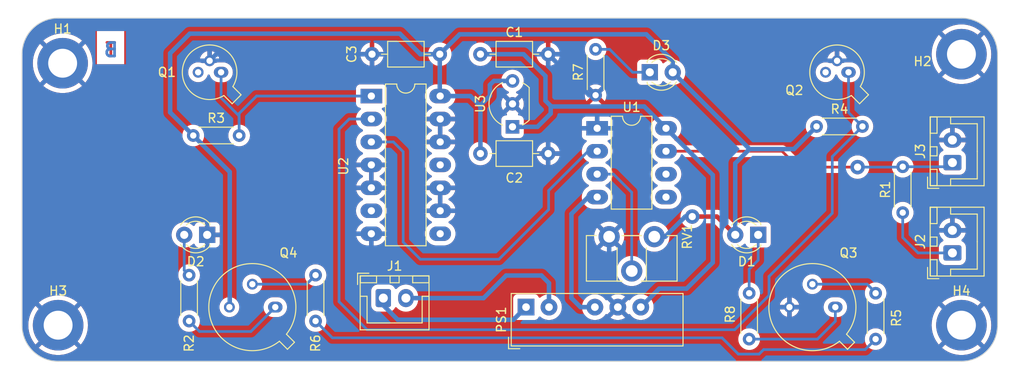
<source format=kicad_pcb>
(kicad_pcb (version 20221018) (generator pcbnew)
  (layers (0 "F.Cu" signal) (31 "B.Cu" signal) (34 "B.Paste" user) (35 "F.Paste" user) (36 "B.SilkS" user "B.Silkscreen") (37 "F.SilkS" user "F.Silkscreen") (38 "B.Mask" user) (39 "F.Mask" user) (44 "Edge.Cuts" user))
  (net 0 "")
  (net 1 "+15V")
  (net 2 "GND")
  (net 3 "+5V")
  (net 4 "Net-(D1-K)")
  (net 5 "Net-(D3-K)")
  (net 6 "+12V")
  (net 7 "GNDPWR")
  (net 8 "+3.3V")
  (net 9 "Alarme_out")
  (net 10 "-15V")
  (net 11 "C_Q1")
  (net 12 "C_Q2")
  (net 13 "Net-(Q3-C)")
  (net 14 "Net-(Q3-B)")
  (net 15 "Net-(Q4-B)")
  (net 16 "74LS32")
  (net 17 "Net-(U1--)")
  (net 18 "74LS32_Out")
  (net 24 "Net-(D2-A)")
  (net 25 "Net-(Q4-C)")
  (footprint "Potentiometer_THT:Potentiometer_ACP_CA9-H3,8_Horizontal" (layer "F.Cu") (at 151.5 98.2 -90)
    (fp_text reference "RV1" (at 0 -3.65 90) (layer "F.SilkS"))
    (fp_text value "100K")
    (fp_line (start -0.121 -2.521) (end -0.121 -1.426) (stroke (width 0.12)) (layer "F.SilkS"))
    (fp_line (start -0.121 -2.521) (end 4.92 -2.521) (stroke (width 0.12)) (layer "F.SilkS"))
    (fp_line (start -0.121 1.426) (end -0.121 3.575) (stroke (width 0.12)) (layer "F.SilkS"))
    (fp_line (start -0.121 1.426) (end -0.121 3.575) (stroke (width 0.12)) (layer "F.SilkS"))
    (fp_line (start -0.121 6.425) (end -0.121 7.52) (stroke (width 0.12)) (layer "F.SilkS"))
    (fp_line (start -0.121 7.52) (end 4.92 7.52) (stroke (width 0.12)) (layer "F.SilkS"))
    (fp_line (start 1.237 0.88) (end 4.92 0.88) (stroke (width 0.12)) (layer "F.SilkS"))
    (fp_line (start 1.237 4.12) (end 4.92 4.12) (stroke (width 0.12)) (layer "F.SilkS"))
    (fp_line (start 4.92 -2.521) (end 4.92 1.428) (stroke (width 0.12)) (layer "F.SilkS"))
    (fp_line (start 4.92 0.88) (end 4.92 1.428) (stroke (width 0.12)) (layer "F.SilkS"))
    (fp_line (start 4.92 3.573) (end 4.92 4.12) (stroke (width 0.12)) (layer "F.SilkS"))
    (fp_line (start 4.92 3.573) (end 4.92 7.52) (stroke (width 0.12)) (layer "F.SilkS"))
    (pad "1" thru_hole circle (at 0 0 270) (size 2.34 2.34) (drill 1.3) (layers "*.Cu" "*.Mask") (net 3 "+5V"))
    (pad "2" thru_hole circle (at 3.8 2.5 270) (size 2.34 2.34) (drill 1.3) (layers "*.Cu" "*.Mask") (net 17 "Net-(U1--)"))
    (pad "3" thru_hole circle (at 0 5 270) (size 2.34 2.34) (drill 1.3) (layers "*.Cu" "*.Mask") (net 2 "GND"))
  )
  (footprint "Package_DIP:DIP-8_W7.62mm_LongPads" (layer "F.Cu") (at 145.175 86.2)
    (fp_text reference "U1" (at 3.81 -2.33) (layer "F.SilkS"))
    (fp_text value "LM311")
    (fp_line (start 1.56 -1.33) (end 1.56 8.95) (stroke (width 0.12)) (layer "F.SilkS"))
    (fp_line (start 1.56 8.95) (end 6.06 8.95) (stroke (width 0.12)) (layer "F.SilkS"))
    (fp_line (start 2.81 -1.33) (end 1.56 -1.33) (stroke (width 0.12)) (layer "F.SilkS"))
    (fp_line (start 6.06 -1.33) (end 4.81 -1.33) (stroke (width 0.12)) (layer "F.SilkS"))
    (fp_line (start 6.06 8.95) (end 6.06 -1.33) (stroke (width 0.12)) (layer "F.SilkS"))
    (fp_arc (start 4.81 -1.33) (mid 3.81 -0.33) (end 2.81 -1.33) (stroke (width 0.12)) (layer "F.SilkS"))
    (pad "1" thru_hole rect (at 0 0) (size 2.4 1.6) (drill 0.8) (layers "*.Cu" "*.Mask") (net 2 "GND"))
    (pad "2" thru_hole oval (at 0 2.54) (size 2.4 1.6) (drill 0.8) (layers "*.Cu" "*.Mask") (net 18 "74LS32_Out"))
    (pad "3" thru_hole oval (at 0 5.08) (size 2.4 1.6) (drill 0.8) (layers "*.Cu" "*.Mask") (net 17 "Net-(U1--)"))
    (pad "4" thru_hole oval (at 0 7.62) (size 2.4 1.6) (drill 0.8) (layers "*.Cu" "*.Mask") (net 10 "-15V"))
    (pad "5" thru_hole oval (at 7.62 7.62) (size 2.4 1.6) (drill 0.8) (layers "*.Cu" "*.Mask"))
    (pad "6" thru_hole oval (at 7.62 5.08) (size 2.4 1.6) (drill 0.8) (layers "*.Cu" "*.Mask"))
    (pad "7" thru_hole oval (at 7.62 2.54) (size 2.4 1.6) (drill 0.8) (layers "*.Cu" "*.Mask") (net 9 "Alarme_out"))
    (pad "8" thru_hole oval (at 7.62 0) (size 2.4 1.6) (drill 0.8) (layers "*.Cu" "*.Mask") (net 1 "+15V"))
  )
  (footprint "Package_TO_SOT_THT:TO-18-3_Lens" (layer "F.Cu") (at 103.54 80 180)
    (fp_text reference "Q1" (at 6 0) (layer "F.SilkS"))
    (fp_text value "Q_Photo_NPN")
    (fp_line (start -2.214448 -2.494499) (end -1.302281 -1.582331) (stroke (width 0.12)) (layer "F.SilkS"))
    (fp_line (start -1.224499 -3.484448) (end -2.214448 -2.494499) (stroke (width 0.12)) (layer "F.SilkS"))
    (fp_line (start -0.312331 -2.572281) (end -1.224499 -3.484448) (stroke (width 0.12)) (layer "F.SilkS"))
    (fp_arc (start -0.312331 -2.572281) (mid 3.405374 2.135551) (end -1.30215 -1.582544) (stroke (width 0.12)) (layer "F.SilkS"))
    (pad "1" thru_hole oval (at 0 0 180) (size 1.6 1.2) (drill 0.7) (layers "*.Cu" "*.Mask") (net 11 "C_Q1"))
    (pad "2" thru_hole oval (at 1.27 1.27 180) (size 1.2 1.2) (drill 0.7) (layers "*.Cu" "*.Mask") (net 2 "GND"))
    (pad "3" thru_hole oval (at 2.54 0 180) (size 1.2 1.2) (drill 0.7) (layers "*.Cu" "*.Mask"))
  )
  (footprint "Connector_JST:JST_XH_B2B-XH-A_1x02_P2.50mm_Vertical" (layer "F.Cu") (at 184.5 90 90)
    (fp_text reference "J3" (at 1.25 -3.55 90) (layer "F.SilkS"))
    (fp_text value "Conn_01x02")
    (fp_line (start -2.85 -2.75) (end -2.85 -1.5) (stroke (width 0.12)) (layer "F.SilkS"))
    (fp_line (start -2.56 -2.46) (end -2.56 3.51) (stroke (width 0.12)) (layer "F.SilkS"))
    (fp_line (start -2.56 3.51) (end 5.06 3.51) (stroke (width 0.12)) (layer "F.SilkS"))
    (fp_line (start -2.55 -2.45) (end -2.55 -1.7) (stroke (width 0.12)) (layer "F.SilkS"))
    (fp_line (start -2.55 -1.7) (end -0.75 -1.7) (stroke (width 0.12)) (layer "F.SilkS"))
    (fp_line (start -2.55 -0.2) (end -1.8 -0.2) (stroke (width 0.12)) (layer "F.SilkS"))
    (fp_line (start -1.8 -0.2) (end -1.8 2.75) (stroke (width 0.12)) (layer "F.SilkS"))
    (fp_line (start -1.8 2.75) (end 1.25 2.75) (stroke (width 0.12)) (layer "F.SilkS"))
    (fp_line (start -1.6 -2.75) (end -2.85 -2.75) (stroke (width 0.12)) (layer "F.SilkS"))
    (fp_line (start -0.75 -2.45) (end -2.55 -2.45) (stroke (width 0.12)) (layer "F.SilkS"))
    (fp_line (start -0.75 -1.7) (end -0.75 -2.45) (stroke (width 0.12)) (layer "F.SilkS"))
    (fp_line (start 0.75 -2.45) (end 0.75 -1.7) (stroke (width 0.12)) (layer "F.SilkS"))
    (fp_line (start 0.75 -1.7) (end 1.75 -1.7) (stroke (width 0.12)) (layer "F.SilkS"))
    (fp_line (start 1.75 -2.45) (end 0.75 -2.45) (stroke (width 0.12)) (layer "F.SilkS"))
    (fp_line (start 1.75 -1.7) (end 1.75 -2.45) (stroke (width 0.12)) (layer "F.SilkS"))
    (fp_line (start 3.25 -2.45) (end 3.25 -1.7) (stroke (width 0.12)) (layer "F.SilkS"))
    (fp_line (start 3.25 -1.7) (end 5.05 -1.7) (stroke (width 0.12)) (layer "F.SilkS"))
    (fp_line (start 4.3 -0.2) (end 4.3 2.75) (stroke (width 0.12)) (layer "F.SilkS"))
    (fp_line (start 4.3 2.75) (end 1.25 2.75) (stroke (width 0.12)) (layer "F.SilkS"))
    (fp_line (start 5.05 -2.45) (end 3.25 -2.45) (stroke (width 0.12)) (layer "F.SilkS"))
    (fp_line (start 5.05 -1.7) (end 5.05 -2.45) (stroke (width 0.12)) (layer "F.SilkS"))
    (fp_line (start 5.05 -0.2) (end 4.3 -0.2) (stroke (width 0.12)) (layer "F.SilkS"))
    (fp_line (start 5.06 -2.46) (end -2.56 -2.46) (stroke (width 0.12)) (layer "F.SilkS"))
    (fp_line (start 5.06 3.51) (end 5.06 -2.46) (stroke (width 0.12)) (layer "F.SilkS"))
    (pad "1" thru_hole roundrect (at 0 0 90) (size 1.7 2) (drill 1) (layers "*.Cu" "*.Mask") (roundrect_rratio 0.1470588235) (net 9 "Alarme_out"))
    (pad "2" thru_hole oval (at 2.5 0 90) (size 1.7 2) (drill 1) (layers "*.Cu" "*.Mask") (net 2 "GND"))
  )
  (footprint "Resistor_THT:R_Axial_DIN0204_L3.6mm_D1.6mm_P5.08mm_Horizontal" (layer "F.Cu") (at 100.46 87)
    (fp_text reference "R3" (at 2.54 -1.92) (layer "F.SilkS"))
    (fp_text value "1k")
    (fp_line (start 0.62 -0.92) (end 4.46 -0.92) (stroke (width 0.12)) (layer "F.SilkS"))
    (fp_line (start 0.62 0.92) (end 4.46 0.92) (stroke (width 0.12)) (layer "F.SilkS"))
    (pad "1" thru_hole circle (at 0 0) (size 1.4 1.4) (drill 0.7) (layers "*.Cu" "*.Mask") (net 3 "+5V"))
    (pad "2" thru_hole oval (at 5.08 0) (size 1.4 1.4) (drill 0.7) (layers "*.Cu" "*.Mask") (net 11 "C_Q1"))
  )
  (footprint "Resistor_THT:R_Axial_DIN0204_L3.6mm_D1.6mm_P5.08mm_Horizontal" (layer "F.Cu") (at 162 104.46 -90)
    (fp_text reference "R8" (at 2.34 2.1 90) (layer "F.SilkS"))
    (fp_text value "220")
    (fp_line (start 0.62 -0.92) (end 4.46 -0.92) (stroke (width 0.12)) (layer "F.SilkS"))
    (fp_line (start 0.62 0.92) (end 4.46 0.92) (stroke (width 0.12)) (layer "F.SilkS"))
    (pad "1" thru_hole circle (at 0 0 270) (size 1.4 1.4) (drill 0.7) (layers "*.Cu" "*.Mask") (net 4 "Net-(D1-K)"))
    (pad "2" thru_hole oval (at 5.08 0 270) (size 1.4 1.4) (drill 0.7) (layers "*.Cu" "*.Mask") (net 13 "Net-(Q3-C)"))
  )
  (footprint "LED_THT:LED_D3.0mm" (layer "F.Cu") (at 151 80)
    (fp_text reference "D3" (at 1.27 -2.96) (layer "F.SilkS"))
    (fp_text value "RED_LED")
    (fp_line (start -0.29 -1.236) (end -0.29 -1.08) (stroke (width 0.12)) (layer "F.SilkS"))
    (fp_line (start -0.29 1.08) (end -0.29 1.236) (stroke (width 0.12)) (layer "F.SilkS"))
    (fp_arc (start -0.29 -1.235516) (mid 1.366487 -1.987659) (end 2.942335 -1.078608) (stroke (width 0.12)) (layer "F.SilkS"))
    (fp_arc (start 0.229039 -1.08) (mid 1.270117 -1.5) (end 2.31113 -1.079837) (stroke (width 0.12)) (layer "F.SilkS"))
    (fp_arc (start 2.31113 1.079837) (mid 1.270117 1.5) (end 0.229039 1.08) (stroke (width 0.12)) (layer "F.SilkS"))
    (fp_arc (start 2.942335 1.078608) (mid 1.366487 1.987659) (end -0.29 1.235516) (stroke (width 0.12)) (layer "F.SilkS"))
    (pad "1" thru_hole rect (at 0 0) (size 1.8 1.8) (drill 0.9) (layers "*.Cu" "*.Mask") (net 5 "Net-(D3-K)"))
    (pad "2" thru_hole circle (at 2.54 0) (size 1.8 1.8) (drill 0.9) (layers "*.Cu" "*.Mask") (net 3 "+5V"))
  )
  (footprint "LED_THT:LED_D3.0mm" (layer "F.Cu") (at 102 98 180)
    (fp_text reference "D2" (at 1.27 -2.96) (layer "F.SilkS"))
    (fp_text value "GREEN_LED")
    (fp_line (start -0.29 -1.236) (end -0.29 -1.08) (stroke (width 0.12)) (layer "F.SilkS"))
    (fp_line (start -0.29 1.08) (end -0.29 1.236) (stroke (width 0.12)) (layer "F.SilkS"))
    (fp_arc (start -0.29 -1.235516) (mid 1.366487 -1.987659) (end 2.942335 -1.078608) (stroke (width 0.12)) (layer "F.SilkS"))
    (fp_arc (start 0.229039 -1.08) (mid 1.270117 -1.5) (end 2.31113 -1.079837) (stroke (width 0.12)) (layer "F.SilkS"))
    (fp_arc (start 2.31113 1.079837) (mid 1.270117 1.5) (end 0.229039 1.08) (stroke (width 0.12)) (layer "F.SilkS"))
    (fp_arc (start 2.942335 1.078608) (mid 1.366487 1.987659) (end -0.29 1.235516) (stroke (width 0.12)) (layer "F.SilkS"))
    (pad "1" thru_hole rect (at 0 0 180) (size 1.8 1.8) (drill 0.9) (layers "*.Cu" "*.Mask") (net 2 "GND"))
    (pad "2" thru_hole circle (at 2.54 0 180) (size 1.8 1.8) (drill 0.9) (layers "*.Cu" "*.Mask") (net 24 "Net-(D2-A)"))
  )
  (footprint "Package_TO_SOT_THT:TO-18-3_Lens" (layer "F.Cu") (at 173 80 180)
    (fp_text reference "Q2" (at 6 -2) (layer "F.SilkS"))
    (fp_text value "Q_Photo_NPN")
    (fp_line (start -2.214448 -2.494499) (end -1.302281 -1.582331) (stroke (width 0.12)) (layer "F.SilkS"))
    (fp_line (start -1.224499 -3.484448) (end -2.214448 -2.494499) (stroke (width 0.12)) (layer "F.SilkS"))
    (fp_line (start -0.312331 -2.572281) (end -1.224499 -3.484448) (stroke (width 0.12)) (layer "F.SilkS"))
    (fp_arc (start -0.312331 -2.572281) (mid 3.405374 2.135551) (end -1.30215 -1.582544) (stroke (width 0.12)) (layer "F.SilkS"))
    (pad "1" thru_hole oval (at 0 0 180) (size 1.6 1.2) (drill 0.7) (layers "*.Cu" "*.Mask") (net 12 "C_Q2"))
    (pad "2" thru_hole oval (at 1.27 1.27 180) (size 1.2 1.2) (drill 0.7) (layers "*.Cu" "*.Mask") (net 2 "GND"))
    (pad "3" thru_hole oval (at 2.54 0 180) (size 1.2 1.2) (drill 0.7) (layers "*.Cu" "*.Mask"))
  )
  (footprint "Resistor_THT:R_Axial_DIN0204_L3.6mm_D1.6mm_P5.08mm_Horizontal" (layer "F.Cu") (at 169.46 86)
    (fp_text reference "R4" (at 2.54 -1.92) (layer "F.SilkS"))
    (fp_text value "1k")
    (fp_line (start 0.62 -0.92) (end 4.46 -0.92) (stroke (width 0.12)) (layer "F.SilkS"))
    (fp_line (start 0.62 0.92) (end 4.46 0.92) (stroke (width 0.12)) (layer "F.SilkS"))
    (pad "1" thru_hole circle (at 0 0) (size 1.4 1.4) (drill 0.7) (layers "*.Cu" "*.Mask") (net 3 "+5V"))
    (pad "2" thru_hole oval (at 5.08 0) (size 1.4 1.4) (drill 0.7) (layers "*.Cu" "*.Mask") (net 12 "C_Q2"))
  )
  (footprint "Capacitor_THT:C_Axial_L3.8mm_D2.6mm_P7.50mm_Horizontal" (layer "F.Cu") (at 127.75 78 180)
    (fp_text reference "C3" (at 9.75 0 90) (layer "F.SilkS"))
    (fp_text value "10nF")
    (fp_line (start 1.04 0) (end 1.73 0) (stroke (width 0.12)) (layer "F.SilkS"))
    (fp_line (start 1.73 -1.42) (end 1.73 1.42) (stroke (width 0.12)) (layer "F.SilkS"))
    (fp_line (start 1.73 1.42) (end 5.77 1.42) (stroke (width 0.12)) (layer "F.SilkS"))
    (fp_line (start 5.77 -1.42) (end 1.73 -1.42) (stroke (width 0.12)) (layer "F.SilkS"))
    (fp_line (start 5.77 1.42) (end 5.77 -1.42) (stroke (width 0.12)) (layer "F.SilkS"))
    (fp_line (start 6.46 0) (end 5.77 0) (stroke (width 0.12)) (layer "F.SilkS"))
    (pad "1" thru_hole circle (at 0 0 180) (size 1.6 1.6) (drill 0.8) (layers "*.Cu" "*.Mask") (net 3 "+5V"))
    (pad "2" thru_hole oval (at 7.5 0 180) (size 1.6 1.6) (drill 0.8) (layers "*.Cu" "*.Mask") (net 2 "GND"))
  )
  (footprint "MountingHole:MountingHole_3.2mm_M3_DIN965_Pad" (layer "F.Cu") (at 86 79)
    (fp_text reference "H1" (at 0 -3.8) (layer "F.SilkS"))
    (fp_text value "MountingHole_Pad")
    (pad "1" thru_hole circle (at 0 0) (size 5.6 5.6) (drill 3.2) (layers "*.Cu" "*.Mask") (net 2 "GND"))
  )
  (footprint "Resistor_THT:R_Axial_DIN0204_L3.6mm_D1.6mm_P5.08mm_Horizontal" (layer "F.Cu") (at 100 107.54 90)
    (fp_text reference "R2" (at -2.46 0 90) (layer "F.SilkS"))
    (fp_text value "220")
    (fp_line (start 0.62 -0.92) (end 4.46 -0.92) (stroke (width 0.12)) (layer "F.SilkS"))
    (fp_line (start 0.62 0.92) (end 4.46 0.92) (stroke (width 0.12)) (layer "F.SilkS"))
    (pad "1" thru_hole circle (at 0 0 90) (size 1.4 1.4) (drill 0.7) (layers "*.Cu" "*.Mask") (net 25 "Net-(Q4-C)"))
    (pad "2" thru_hole oval (at 5.08 0 90) (size 1.4 1.4) (drill 0.7) (layers "*.Cu" "*.Mask") (net 24 "Net-(D2-A)"))
  )
  (footprint "Package_DIP:DIP-14_W7.62mm_LongPads" (layer "F.Cu") (at 120.175 82.635)
    (fp_text reference "U2" (at -3.075 7.765 90) (layer "F.SilkS"))
    (fp_text value "74LS32" hide)
    (fp_line (start 1.56 -1.33) (end 1.56 16.57) (stroke (width 0.12)) (layer "F.SilkS"))
    (fp_line (start 1.56 16.57) (end 6.06 16.57) (stroke (width 0.12)) (layer "F.SilkS"))
    (fp_line (start 2.81 -1.33) (end 1.56 -1.33) (stroke (width 0.12)) (layer "F.SilkS"))
    (fp_line (start 6.06 -1.33) (end 4.81 -1.33) (stroke (width 0.12)) (layer "F.SilkS"))
    (fp_line (start 6.06 16.57) (end 6.06 -1.33) (stroke (width 0.12)) (layer "F.SilkS"))
    (fp_arc (start 4.81 -1.33) (mid 3.81 -0.33) (end 2.81 -1.33) (stroke (width 0.12)) (layer "F.SilkS"))
    (pad "1" thru_hole rect (at 0 0) (size 2.4 1.6) (drill 0.8) (layers "*.Cu" "*.Mask") (net 11 "C_Q1"))
    (pad "2" thru_hole oval (at 0 2.54) (size 2.4 1.6) (drill 0.8) (layers "*.Cu" "*.Mask") (net 12 "C_Q2"))
    (pad "3" thru_hole oval (at 0 5.08) (size 2.4 1.6) (drill 0.8) (layers "*.Cu" "*.Mask") (net 18 "74LS32_Out"))
    (pad "4" thru_hole oval (at 0 7.62) (size 2.4 1.6) (drill 0.8) (layers "*.Cu" "*.Mask") (net 2 "GND"))
    (pad "5" thru_hole oval (at 0 10.16) (size 2.4 1.6) (drill 0.8) (layers "*.Cu" "*.Mask") (net 2 "GND"))
    (pad "6" thru_hole oval (at 0 12.7) (size 2.4 1.6) (drill 0.8) (layers "*.Cu" "*.Mask"))
    (pad "7" thru_hole oval (at 0 15.24) (size 2.4 1.6) (drill 0.8) (layers "*.Cu" "*.Mask") (net 2 "GND"))
    (pad "8" thru_hole oval (at 7.62 15.24) (size 2.4 1.6) (drill 0.8) (layers "*.Cu" "*.Mask"))
    (pad "9" thru_hole oval (at 7.62 12.7) (size 2.4 1.6) (drill 0.8) (layers "*.Cu" "*.Mask") (net 2 "GND"))
    (pad "10" thru_hole oval (at 7.62 10.16) (size 2.4 1.6) (drill 0.8) (layers "*.Cu" "*.Mask") (net 2 "GND"))
    (pad "11" thru_hole oval (at 7.62 7.62) (size 2.4 1.6) (drill 0.8) (layers "*.Cu" "*.Mask"))
    (pad "12" thru_hole oval (at 7.62 5.08) (size 2.4 1.6) (drill 0.8) (layers "*.Cu" "*.Mask") (net 2 "GND"))
    (pad "13" thru_hole oval (at 7.62 2.54) (size 2.4 1.6) (drill 0.8) (layers "*.Cu" "*.Mask") (net 2 "GND"))
    (pad "14" thru_hole oval (at 7.62 0) (size 2.4 1.6) (drill 0.8) (layers "*.Cu" "*.Mask") (net 3 "+5V"))
  )
  (footprint "Capacitor_THT:C_Axial_L3.8mm_D2.6mm_P7.50mm_Horizontal" (layer "F.Cu") (at 132.25 89)
    (fp_text reference "C2" (at 3.75 2.7) (layer "F.SilkS"))
    (fp_text value "0.1µF")
    (fp_line (start 1.04 0) (end 1.73 0) (stroke (width 0.12)) (layer "F.SilkS"))
    (fp_line (start 1.73 -1.42) (end 1.73 1.42) (stroke (width 0.12)) (layer "F.SilkS"))
    (fp_line (start 1.73 1.42) (end 5.77 1.42) (stroke (width 0.12)) (layer "F.SilkS"))
    (fp_line (start 5.77 -1.42) (end 1.73 -1.42) (stroke (width 0.12)) (layer "F.SilkS"))
    (fp_line (start 5.77 1.42) (end 5.77 -1.42) (stroke (width 0.12)) (layer "F.SilkS"))
    (fp_line (start 6.46 0) (end 5.77 0) (stroke (width 0.12)) (layer "F.SilkS"))
    (pad "1" thru_hole circle (at 0 0) (size 1.6 1.6) (drill 0.8) (layers "*.Cu" "*.Mask") (net 3 "+5V"))
    (pad "2" thru_hole oval (at 7.5 0) (size 1.6 1.6) (drill 0.8) (layers "*.Cu" "*.Mask") (net 2 "GND"))
  )
  (footprint "Connector_JST:JST_XH_B2B-XH-A_1x02_P2.50mm_Vertical" (layer "F.Cu") (at 184.5 100 90)
    (fp_text reference "J2" (at 1.25 -3.55 90) (layer "F.SilkS"))
    (fp_text value "Conn_01x02")
    (fp_line (start -2.85 -2.75) (end -2.85 -1.5) (stroke (width 0.12)) (layer "F.SilkS"))
    (fp_line (start -2.56 -2.46) (end -2.56 3.51) (stroke (width 0.12)) (layer "F.SilkS"))
    (fp_line (start -2.56 3.51) (end 5.06 3.51) (stroke (width 0.12)) (layer "F.SilkS"))
    (fp_line (start -2.55 -2.45) (end -2.55 -1.7) (stroke (width 0.12)) (layer "F.SilkS"))
    (fp_line (start -2.55 -1.7) (end -0.75 -1.7) (stroke (width 0.12)) (layer "F.SilkS"))
    (fp_line (start -2.55 -0.2) (end -1.8 -0.2) (stroke (width 0.12)) (layer "F.SilkS"))
    (fp_line (start -1.8 -0.2) (end -1.8 2.75) (stroke (width 0.12)) (layer "F.SilkS"))
    (fp_line (start -1.8 2.75) (end 1.25 2.75) (stroke (width 0.12)) (layer "F.SilkS"))
    (fp_line (start -1.6 -2.75) (end -2.85 -2.75) (stroke (width 0.12)) (layer "F.SilkS"))
    (fp_line (start -0.75 -2.45) (end -2.55 -2.45) (stroke (width 0.12)) (layer "F.SilkS"))
    (fp_line (start -0.75 -1.7) (end -0.75 -2.45) (stroke (width 0.12)) (layer "F.SilkS"))
    (fp_line (start 0.75 -2.45) (end 0.75 -1.7) (stroke (width 0.12)) (layer "F.SilkS"))
    (fp_line (start 0.75 -1.7) (end 1.75 -1.7) (stroke (width 0.12)) (layer "F.SilkS"))
    (fp_line (start 1.75 -2.45) (end 0.75 -2.45) (stroke (width 0.12)) (layer "F.SilkS"))
    (fp_line (start 1.75 -1.7) (end 1.75 -2.45) (stroke (width 0.12)) (layer "F.SilkS"))
    (fp_line (start 3.25 -2.45) (end 3.25 -1.7) (stroke (width 0.12)) (layer "F.SilkS"))
    (fp_line (start 3.25 -1.7) (end 5.05 -1.7) (stroke (width 0.12)) (layer "F.SilkS"))
    (fp_line (start 4.3 -0.2) (end 4.3 2.75) (stroke (width 0.12)) (layer "F.SilkS"))
    (fp_line (start 4.3 2.75) (end 1.25 2.75) (stroke (width 0.12)) (layer "F.SilkS"))
    (fp_line (start 5.05 -2.45) (end 3.25 -2.45) (stroke (width 0.12)) (layer "F.SilkS"))
    (fp_line (start 5.05 -1.7) (end 5.05 -2.45) (stroke (width 0.12)) (layer "F.SilkS"))
    (fp_line (start 5.05 -0.2) (end 4.3 -0.2) (stroke (width 0.12)) (layer "F.SilkS"))
    (fp_line (start 5.06 -2.46) (end -2.56 -2.46) (stroke (width 0.12)) (layer "F.SilkS"))
    (fp_line (start 5.06 3.51) (end 5.06 -2.46) (stroke (width 0.12)) (layer "F.SilkS"))
    (pad "1" thru_hole roundrect (at 0 0 90) (size 1.7 2) (drill 1) (layers "*.Cu" "*.Mask") (roundrect_rratio 0.1470588235) (net 8 "+3.3V"))
    (pad "2" thru_hole oval (at 2.5 0 90) (size 1.7 2) (drill 1) (layers "*.Cu" "*.Mask") (net 2 "GND"))
  )
  (footprint "Resistor_THT:R_Axial_DIN0204_L3.6mm_D1.6mm_P5.08mm_Horizontal" (layer "F.Cu") (at 179 95.54 90)
    (fp_text reference "R1" (at 2.54 -1.92 90) (layer "F.SilkS"))
    (fp_text value "660")
    (fp_line (start 0.62 -0.92) (end 4.46 -0.92) (stroke (width 0.12)) (layer "F.SilkS"))
    (fp_line (start 0.62 0.92) (end 4.46 0.92) (stroke (width 0.12)) (layer "F.SilkS"))
    (pad "1" thru_hole circle (at 0 0 90) (size 1.4 1.4) (drill 0.7) (layers "*.Cu" "*.Mask") (net 8 "+3.3V"))
    (pad "2" thru_hole oval (at 5.08 0 90) (size 1.4 1.4) (drill 0.7) (layers "*.Cu" "*.Mask") (net 9 "Alarme_out"))
  )
  (footprint "Package_TO_SOT_THT:TO-39-3" (layer "F.Cu") (at 171.54 106 180)
    (fp_text reference "Q3" (at -1.46 6) (layer "F.SilkS"))
    (fp_text value "2N1711")
    (fp_line (start -2.125856 -3.888039) (end -1.234902 -2.997084) (stroke (width 0.12)) (layer "F.SilkS"))
    (fp_line (start -1.348039 -4.665856) (end -2.125856 -3.888039) (stroke (width 0.12)) (layer "F.SilkS"))
    (fp_line (start -0.457084 -3.774902) (end -1.348039 -4.665856) (stroke (width 0.12)) (layer "F.SilkS"))
    (fp_arc (start -0.457084 -3.774902) (mid 5.948125 3.408384) (end -1.234674 -2.997371) (stroke (width 0.12)) (layer "F.SilkS"))
    (pad "1" thru_hole oval (at 0 0 180) (size 1.6 1.2) (drill 0.7) (layers "*.Cu" "*.Mask") (net 13 "Net-(Q3-C)"))
    (pad "2" thru_hole oval (at 2.54 2.54 180) (size 1.2 1.2) (drill 0.7) (layers "*.Cu" "*.Mask") (net 14 "Net-(Q3-B)"))
    (pad "3" thru_hole oval (at 5.08 0 180) (size 1.2 1.2) (drill 0.7) (layers "*.Cu" "*.Mask") (net 2 "GND"))
  )
  (footprint "Package_TO_SOT_THT:TO-39-3" (layer "F.Cu") (at 109.54 106 180)
    (fp_text reference "Q4" (at -1.46 6) (layer "F.SilkS"))
    (fp_text value "2N2905")
    (fp_line (start -2.125856 -3.888039) (end -1.234902 -2.997084) (stroke (width 0.12)) (layer "F.SilkS"))
    (fp_line (start -1.348039 -4.665856) (end -2.125856 -3.888039) (stroke (width 0.12)) (layer "F.SilkS"))
    (fp_line (start -0.457084 -3.774902) (end -1.348039 -4.665856) (stroke (width 0.12)) (layer "F.SilkS"))
    (fp_arc (start -0.457084 -3.774902) (mid 5.948125 3.408384) (end -1.234674 -2.997371) (stroke (width 0.12)) (layer "F.SilkS"))
    (pad "1" thru_hole oval (at 0 0 180) (size 1.6 1.2) (drill 0.7) (layers "*.Cu" "*.Mask") (net 25 "Net-(Q4-C)"))
    (pad "2" thru_hole oval (at 2.54 2.54 180) (size 1.2 1.2) (drill 0.7) (layers "*.Cu" "*.Mask") (net 15 "Net-(Q4-B)"))
    (pad "3" thru_hole oval (at 5.08 0 180) (size 1.2 1.2) (drill 0.7) (layers "*.Cu" "*.Mask") (net 3 "+5V"))
  )
  (footprint "MountingHole:MountingHole_3.2mm_M3_DIN965_Pad" (layer "F.Cu") (at 185.5 78)
    (fp_text reference "H2" (at -4.3 0.8) (layer "F.SilkS"))
    (fp_text value "MountingHole_Pad")
    (pad "1" thru_hole circle (at 0 0) (size 5.6 5.6) (drill 3.2) (layers "*.Cu" "*.Mask") (net 2 "GND"))
  )
  (footprint "Resistor_THT:R_Axial_DIN0204_L3.6mm_D1.6mm_P5.08mm_Horizontal" (layer "F.Cu") (at 114 107.54 90)
    (fp_text reference "R6" (at -2.46 0 90) (layer "F.SilkS"))
    (fp_text value "43k")
    (fp_line (start 0.62 -0.92) (end 4.46 -0.92) (stroke (width 0.12)) (layer "F.SilkS"))
    (fp_line (start 0.62 0.92) (end 4.46 0.92) (stroke (width 0.12)) (layer "F.SilkS"))
    (pad "1" thru_hole circle (at 0 0 90) (size 1.4 1.4) (drill 0.7) (layers "*.Cu" "*.Mask") (net 16 "74LS32"))
    (pad "2" thru_hole oval (at 5.08 0 90) (size 1.4 1.4) (drill 0.7) (layers "*.Cu" "*.Mask") (net 15 "Net-(Q4-B)"))
  )
  (footprint "MountingHole:MountingHole_3.2mm_M3_DIN965_Pad" (layer "F.Cu") (at 85.5 108)
    (fp_text reference "H3" (at 0 -3.8) (layer "F.SilkS"))
    (fp_text value "MountingHole_Pad" hide)
    (pad "1" thru_hole circle (at 0 0) (size 5.6 5.6) (drill 3.2) (layers "*.Cu" "*.Mask") (net 2 "GND"))
  )
  (footprint "Connector_JST:JST_XH_B2B-XH-A_1x02_P2.50mm_Vertical" (layer "F.Cu") (at 121.5 105)
    (fp_text reference "J1" (at 1.25 -3.55) (layer "F.SilkS"))
    (fp_text value "Conn_01x02")
    (fp_line (start -2.85 -2.75) (end -2.85 -1.5) (stroke (width 0.12)) (layer "F.SilkS"))
    (fp_line (start -2.56 -2.46) (end -2.56 3.51) (stroke (width 0.12)) (layer "F.SilkS"))
    (fp_line (start -2.56 3.51) (end 5.06 3.51) (stroke (width 0.12)) (layer "F.SilkS"))
    (fp_line (start -2.55 -2.45) (end -2.55 -1.7) (stroke (width 0.12)) (layer "F.SilkS"))
    (fp_line (start -2.55 -1.7) (end -0.75 -1.7) (stroke (width 0.12)) (layer "F.SilkS"))
    (fp_line (start -2.55 -0.2) (end -1.8 -0.2) (stroke (width 0.12)) (layer "F.SilkS"))
    (fp_line (start -1.8 -0.2) (end -1.8 2.75) (stroke (width 0.12)) (layer "F.SilkS"))
    (fp_line (start -1.8 2.75) (end 1.25 2.75) (stroke (width 0.12)) (layer "F.SilkS"))
    (fp_line (start -1.6 -2.75) (end -2.85 -2.75) (stroke (width 0.12)) (layer "F.SilkS"))
    (fp_line (start -0.75 -2.45) (end -2.55 -2.45) (stroke (width 0.12)) (layer "F.SilkS"))
    (fp_line (start -0.75 -1.7) (end -0.75 -2.45) (stroke (width 0.12)) (layer "F.SilkS"))
    (fp_line (start 0.75 -2.45) (end 0.75 -1.7) (stroke (width 0.12)) (layer "F.SilkS"))
    (fp_line (start 0.75 -1.7) (end 1.75 -1.7) (stroke (width 0.12)) (layer "F.SilkS"))
    (fp_line (start 1.75 -2.45) (end 0.75 -2.45) (stroke (width 0.12)) (layer "F.SilkS"))
    (fp_line (start 1.75 -1.7) (end 1.75 -2.45) (stroke (width 0.12)) (layer "F.SilkS"))
    (fp_line (start 3.25 -2.45) (end 3.25 -1.7) (stroke (width 0.12)) (layer "F.SilkS"))
    (fp_line (start 3.25 -1.7) (end 5.05 -1.7) (stroke (width 0.12)) (layer "F.SilkS"))
    (fp_line (start 4.3 -0.2) (end 4.3 2.75) (stroke (width 0.12)) (layer "F.SilkS"))
    (fp_line (start 4.3 2.75) (end 1.25 2.75) (stroke (width 0.12)) (layer "F.SilkS"))
    (fp_line (start 5.05 -2.45) (end 3.25 -2.45) (stroke (width 0.12)) (layer "F.SilkS"))
    (fp_line (start 5.05 -1.7) (end 5.05 -2.45) (stroke (width 0.12)) (layer "F.SilkS"))
    (fp_line (start 5.05 -0.2) (end 4.3 -0.2) (stroke (width 0.12)) (layer "F.SilkS"))
    (fp_line (start 5.06 -2.46) (end -2.56 -2.46) (stroke (width 0.12)) (layer "F.SilkS"))
    (fp_line (start 5.06 3.51) (end 5.06 -2.46) (stroke (width 0.12)) (layer "F.SilkS"))
    (pad "1" thru_hole roundrect (at 0 0) (size 1.7 2) (drill 1) (layers "*.Cu" "*.Mask") (roundrect_rratio 0.1470588235) (net 6 "+12V"))
    (pad "2" thru_hole oval (at 2.5 0) (size 1.7 2) (drill 1) (layers "*.Cu" "*.Mask") (net 7 "GNDPWR"))
  )
  (footprint "Resistor_THT:R_Axial_DIN0204_L3.6mm_D1.6mm_P5.08mm_Horizontal" (layer "F.Cu") (at 176 109.54 90)
    (fp_text reference "R5" (at 2.34 2.3 90) (layer "F.SilkS"))
    (fp_text value "43k")
    (fp_line (start 0.62 -0.92) (end 4.46 -0.92) (stroke (width 0.12)) (layer "F.SilkS"))
    (fp_line (start 0.62 0.92) (end 4.46 0.92) (stroke (width 0.12)) (layer "F.SilkS"))
    (pad "1" thru_hole circle (at 0 0 90) (size 1.4 1.4) (drill 0.7) (layers "*.Cu" "*.Mask") (net 16 "74LS32"))
    (pad "2" thru_hole oval (at 5.08 0 90) (size 1.4 1.4) (drill 0.7) (layers "*.Cu" "*.Mask") (net 14 "Net-(Q3-B)"))
  )
  (footprint "Converter_DCDC:Converter_DCDC_XP_POWER-IAxxxxS_THT" (layer "F.Cu") (at 137.3 106 90)
    (fp_text reference "PS1" (at -1.39 -2.73 90) (layer "F.SilkS"))
    (fp_text value "IA1215S")
    (fp_line (start -4.6 -1.94) (end -4.6 -0.69) (stroke (width 0.12)) (layer "F.SilkS"))
    (fp_line (start -4.3 -1.64) (end -4.3 17.38) (stroke (width 0.12)) (layer "F.SilkS"))
    (fp_line (start -4.3 17.38) (end 1.51 17.38) (stroke (width 0.12)) (layer "F.SilkS"))
    (fp_line (start -3.35 -1.94) (end -4.6 -1.94) (stroke (width 0.12)) (layer "F.SilkS"))
    (fp_line (start 1.51 -1.64) (end -4.3 -1.64) (stroke (width 0.12)) (layer "F.SilkS"))
    (fp_line (start 1.51 17.38) (end 1.51 -1.64) (stroke (width 0.12)) (layer "F.SilkS"))
    (pad "1" thru_hole rect (at 0 0 90) (size 1.85 1.85) (drill 0.85) (layers "*.Cu" "*.Mask") (net 6 "+12V"))
    (pad "2" thru_hole circle (at 0 2.54 90) (size 1.85 1.85) (drill 0.85) (layers "*.Cu" "*.Mask") (net 7 "GNDPWR"))
    (pad "4" thru_hole circle (at 0 7.62 90) (size 1.85 1.85) (drill 0.85) (layers "*.Cu" "*.Mask") (net 10 "-15V"))
    (pad "5" thru_hole circle (at 0 10.16 90) (size 1.85 1.85) (drill 0.85) (layers "*.Cu" "*.Mask") (net 2 "GND"))
    (pad "6" thru_hole circle (at 0 12.7 90) (size 1.85 1.85) (drill 0.85) (layers "*.Cu" "*.Mask") (net 1 "+15V"))
  )
  (footprint "Capacitor_THT:C_Axial_L3.8mm_D2.6mm_P7.50mm_Horizontal" (layer "F.Cu") (at 132.25 78)
    (fp_text reference "C1" (at 3.75 -2.42) (layer "F.SilkS"))
    (fp_text value "0.33µF")
    (fp_line (start 1.04 0) (end 1.73 0) (stroke (width 0.12)) (layer "F.SilkS"))
    (fp_line (start 1.73 -1.42) (end 1.73 1.42) (stroke (width 0.12)) (layer "F.SilkS"))
    (fp_line (start 1.73 1.42) (end 5.77 1.42) (stroke (width 0.12)) (layer "F.SilkS"))
    (fp_line (start 5.77 -1.42) (end 1.73 -1.42) (stroke (width 0.12)) (layer "F.SilkS"))
    (fp_line (start 5.77 1.42) (end 5.77 -1.42) (stroke (width 0.12)) (layer "F.SilkS"))
    (fp_line (start 6.46 0) (end 5.77 0) (stroke (width 0.12)) (layer "F.SilkS"))
    (pad "1" thru_hole circle (at 0 0) (size 1.6 1.6) (drill 0.8) (layers "*.Cu" "*.Mask") (net 1 "+15V"))
    (pad "2" thru_hole oval (at 7.5 0) (size 1.6 1.6) (drill 0.8) (layers "*.Cu" "*.Mask") (net 2 "GND"))
  )
  (footprint "Resistor_THT:R_Axial_DIN0204_L3.6mm_D1.6mm_P5.08mm_Horizontal" (layer "F.Cu") (at 145 82.54 90)
    (fp_text reference "R7" (at 2.54 -1.92 90) (layer "F.SilkS"))
    (fp_text value "R")
    (fp_line (start 0.62 -0.92) (end 4.46 -0.92) (stroke (width 0.12)) (layer "F.SilkS"))
    (fp_line (start 0.62 0.92) (end 4.46 0.92) (stroke (width 0.12)) (layer "F.SilkS"))
    (pad "1" thru_hole circle (at 0 0 90) (size 1.4 1.4) (drill 0.7) (layers "*.Cu" "*.Mask") (net 2 "GND"))
    (pad "2" thru_hole oval (at 5.08 0 90) (size 1.4 1.4) (drill 0.7) (layers "*.Cu" "*.Mask") (net 5 "Net-(D3-K)"))
  )
  (footprint "MountingHole:MountingHole_3.2mm_M3_DIN965_Pad" (layer "F.Cu") (at 185.5 108)
    (fp_text reference "H4" (at 0 -3.8) (layer "F.SilkS"))
    (fp_text value "MountingHole_Pad")
    (pad "1" thru_hole circle (at 0 0) (size 5.6 5.6) (drill 3.2) (layers "*.Cu" "*.Mask") (net 2 "GND"))
  )
  (footprint "Package_TO_SOT_THT:TO-92_Inline_Wide" (layer "F.Cu") (at 135.8 86.04 90)
    (fp_text reference "U3" (at 2.54 -3.56 90) (layer "F.SilkS"))
    (fp_text value "L7805")
    (fp_line (start 0.74 1.85) (end 4.34 1.85) (stroke (width 0.12)) (layer "F.SilkS"))
    (fp_arc (start 0.1836 -1.098807) (mid 1.143021 -2.192817) (end 2.54 -2.6) (stroke (width 0.12)) (layer "F.SilkS"))
    (fp_arc (start 0.74 1.85) (mid 0.446097 1.509328) (end 0.215816 1.122795) (stroke (width 0.12)) (layer "F.SilkS"))
    (fp_arc (start 2.54 -2.6) (mid 3.936979 -2.192818) (end 4.8964 -1.098807) (stroke (width 0.12)) (layer "F.SilkS"))
    (fp_arc (start 4.864184 1.122795) (mid 4.633903 1.509328) (end 4.34 1.85) (stroke (width 0.12)) (layer "F.SilkS"))
    (pad "1" thru_hole rect (at 0 0 90) (size 1.5 1.5) (drill 0.8) (layers "*.Cu" "*.Mask") (net 1 "+15V"))
    (pad "2" thru_hole circle (at 2.54 0 90) (size 1.5 1.5) (drill 0.8) (layers "*.Cu" "*.Mask") (net 2 "GND"))
    (pad "3" thru_hole circle (at 5.08 0 90) (size 1.5 1.5) (drill 0.8) (layers "*.Cu" "*.Mask") (net 3 "+5V"))
  )
  (footprint "LED_THT:LED_D3.0mm" (layer "F.Cu") (at 163 98 180)
    (fp_text reference "D1" (at 1.27 -2.96) (layer "F.SilkS"))
    (fp_text value "RED_LED")
    (fp_line (start -0.29 -1.236) (end -0.29 -1.08) (stroke (width 0.12)) (layer "F.SilkS"))
    (fp_line (start -0.29 1.08) (end -0.29 1.236) (stroke (width 0.12)) (layer "F.SilkS"))
    (fp_arc (start -0.29 -1.235516) (mid 1.366487 -1.987659) (end 2.942335 -1.078608) (stroke (width 0.12)) (layer "F.SilkS"))
    (fp_arc (start 0.229039 -1.08) (mid 1.270117 -1.5) (end 2.31113 -1.079837) (stroke (width 0.12)) (layer "F.SilkS"))
    (fp_arc (start 2.31113 1.079837) (mid 1.270117 1.5) (end 0.229039 1.08) (stroke (width 0.12)) (layer "F.SilkS"))
    (fp_arc (start 2.942335 1.078608) (mid 1.366487 1.987659) (end -0.29 1.235516) (stroke (width 0.12)) (layer "F.SilkS"))
    (pad "1" thru_hole rect (at 0 0 180) (size 1.8 1.8) (drill 0.9) (layers "*.Cu" "*.Mask") (net 4 "Net-(D1-K)"))
    (pad "2" thru_hole circle (at 2.54 0 180) (size 1.8 1.8) (drill 0.9) (layers "*.Cu" "*.Mask") (net 3 "+5V"))
  )
  (gr_arc (start 81.5 78) (mid 82.671573 75.171573) (end 85.5 74) (stroke (width 0.1)) (layer "Edge.Cuts"))
  (gr_arc (start 189.5 108) (mid 188.328427 110.828427) (end 185.5 112) (stroke (width 0.1)) (layer "Edge.Cuts"))
  (gr_line (start 85.5 74) (end 185.5 74) (stroke (width 0.1)) (layer "Edge.Cuts"))
  (gr_arc (start 85.5 112) (mid 82.671573 110.828427) (end 81.5 108) (stroke (width 0.1)) (layer "Edge.Cuts"))
  (gr_line (start 189.5 78) (end 189.5 108) (stroke (width 0.1)) (layer "Edge.Cuts"))
  (gr_arc (start 185.5 74) (mid 188.328427 75.171573) (end 189.5 78) (stroke (width 0.1)) (layer "Edge.Cuts"))
  (gr_line (start 81.5 78) (end 81.5 108) (stroke (width 0.1)) (layer "Edge.Cuts"))
  (gr_line (start 85.5 112) (end 185.5 112) (stroke (width 0.1)) (layer "Edge.Cuts"))
  (gr_text "T" (at 92.1 78.4) (layer "F.Cu") (effects (font (size 1.5 1.5) (thickness 0.3) bold) (justify left bottom mirror)))
  (gr_text "L.Fressonnet\nF.Chatel" (at 84.9 93.8) (layer "F.Cu") (effects (font (size 1 1)) (justify left bottom)))
  (gr_text "B" (at 92.3 78.4) (layer "B.Cu") (effects (font (size 1.5 1.5) (thickness 0.3) bold) (justify left bottom mirror)))
  (segment (start 140.030811 84.569189) (end 138.56 86.04) (width 0.5) (layer "B.Cu") (net 1))
  (segment (start 140.030811 83.730811) (end 140.030811 83.8) (width 0.5) (layer "B.Cu") (net 1))
  (segment (start 140.040811 83.79) (end 140.030811 83.8) (width 0.5) (layer "B.Cu") (net 1))
  (segment (start 132.25 78) (end 137.025 78) (width 0.5) (layer "B.Cu") (net 1))
  (segment (start 140.030811 83.8) (end 140.030811 84.569189) (width 0.5) (layer "B.Cu") (net 1))
  (segment (start 139.45 83.15) (end 140.030811 83.730811) (width 0.5) (layer "B.Cu") (net 1))
  (segment (start 139.45 80.425) (end 139.45 83.15) (width 0.5) (layer "B.Cu") (net 1))
  (segment (start 157.975 101.05) (end 157.975 91.38) (width 0.5) (layer "B.Cu") (net 1))
  (segment (start 152.795 86.2) (end 150.385 83.79) (width 0.5) (layer "B.Cu") (net 1))
  (segment (start 150 106) (end 152.05 103.95) (width 0.5) (layer "B.Cu") (net 1))
  (segment (start 155.075 103.95) (end 157.975 101.05) (width 0.5) (layer "B.Cu") (net 1))
  (segment (start 138.56 86.04) (end 135.8 86.04) (width 0.5) (layer "B.Cu") (net 1))
  (segment (start 137.025 78) (end 139.45 80.425) (width 0.5) (layer "B.Cu") (net 1))
  (segment (start 140.040811 83.79) (end 150.385 83.79) (width 0.5) (layer "B.Cu") (net 1))
  (segment (start 157.975 91.38) (end 152.795 86.2) (width 0.5) (layer "B.Cu") (net 1))
  (segment (start 152.05 103.95) (end 155.075 103.95) (width 0.5) (layer "B.Cu") (net 1))
  (segment (start 102 97.1) (end 102 98) (width 0.5) (layer "F.Cu") (net 2))
  (segment (start 103 78) (end 120.25 78) (width 0.5) (layer "B.Cu") (net 2))
  (segment (start 184.5 79) (end 185.5 78) (width 0.5) (layer "B.Cu") (net 2))
  (segment (start 102.27 78.73) (end 103 78) (width 0.5) (layer "B.Cu") (net 2))
  (segment (start 144.29 82.54) (end 145 82.54) (width 0.5) (layer "B.Cu") (net 2))
  (segment (start 147.46 106) (end 146.5 105.04) (width 0.5) (layer "B.Cu") (net 2))
  (segment (start 139.75 78) (end 144.29 82.54) (width 0.5) (layer "B.Cu") (net 2))
  (segment (start 146.5 105.04) (end 146.5 98.2) (width 0.5) (layer "B.Cu") (net 2))
  (segment (start 155.7 95.975) (end 158.435 95.975) (width 0.5) (layer "F.Cu") (net 3))
  (segment (start 158.435 95.975) (end 160.46 98) (width 0.5) (layer "F.Cu") (net 3))
  (via (at 155.7 95.975) (size 1.6) (drill 0.8) (layers "F.Cu" "B.Cu") (net 3))
  (segment (start 104.5 105.96) (end 104.46 106) (width 0.5) (layer "B.Cu") (net 3))
  (segment (start 131.135 82.635) (end 127.795 82.635) (width 0.5) (layer "B.Cu") (net 3))
  (segment (start 133.3 82.6) (end 133.3 81.4) (width 0.5) (layer "B.Cu") (net 3))
  (segment (start 162.04 88.5) (end 153.54 80) (width 0.5) (layer "B.Cu") (net 3))
  (segment (start 97.9 84.44) (end 97.9 77.9) (width 0.5) (layer "B.Cu") (net 3))
  (segment (start 160.46 90.08) (end 162.04 88.5) (width 0.5) (layer "B.Cu") (net 3))
  (segment (start 100.46 87) (end 97.9 84.44) (width 0.5) (layer "B.Cu") (net 3))
  (segment (start 127.75 78) (end 127.75 82.59) (width 0.5) (layer "B.Cu") (net 3))
  (segment (start 132.2 83.7) (end 133.3 82.6) (width 0.5) (layer "B.Cu") (net 3))
  (segment (start 100.46 87) (end 104.5 91.04) (width 0.5) (layer "B.Cu") (net 3))
  (segment (start 125.6 78) (end 127.75 78) (width 0.5) (layer "B.Cu") (net 3))
  (segment (start 97.9 77.9) (end 100.075 75.725) (width 0.5) (layer "B.Cu") (net 3))
  (segment (start 123.325 75.725) (end 125.6 78) (width 0.5) (layer "B.Cu") (net 3))
  (segment (start 100.075 75.725) (end 123.325 75.725) (width 0.5) (layer "B.Cu") (net 3))
  (segment (start 129.95 75.8) (end 127.75 78) (width 0.5) (layer "B.Cu") (net 3))
  (segment (start 132.2 83.7) (end 131.135 82.635) (width 0.5) (layer "B.Cu") (net 3))
  (segment (start 150.612792 75.8) (end 129.95 75.8) (width 0.5) (layer "B.Cu") (net 3))
  (segment (start 155.7 95.975) (end 154.925 95.975) (width 0.5) (layer "B.Cu") (net 3))
  (segment (start 104.5 91.04) (end 104.5 105.96) (width 0.5) (layer "B.Cu") (net 3))
  (segment (start 160.46 98) (end 160.46 90.08) (width 0.5) (layer "B.Cu") (net 3))
  (segment (start 153.54 80) (end 153.54 78.727208) (width 0.5) (layer "B.Cu") (net 3))
  (segment (start 133.74 80.96) (end 135.8 80.96) (width 0.5) (layer "B.Cu") (net 3))
  (segment (start 132.2 83.7) (end 132.25 83.75) (width 0.5) (layer "B.Cu") (net 3))
  (segment (start 169.46 86) (end 166.96 88.5) (width 0.5) (layer "B.Cu") (net 3))
  (segment (start 132.25 83.75) (end 132.25 89) (width 0.5) (layer "B.Cu") (net 3))
  (segment (start 154.925 95.975) (end 152.7 98.2) (width 0.5) (layer "B.Cu") (net 3))
  (segment (start 153.54 78.727208) (end 150.612792 75.8) (width 0.5) (layer "B.Cu") (net 3))
  (segment (start 127.75 82.59) (end 127.795 82.635) (width 0.5) (layer "B.Cu") (net 3))
  (segment (start 166.96 88.5) (end 162.04 88.5) (width 0.5) (layer "B.Cu") (net 3))
  (segment (start 133.3 81.4) (end 133.74 80.96) (width 0.5) (layer "B.Cu") (net 3))
  (segment (start 152.7 98.2) (end 151.5 98.2) (width 0.5) (layer "B.Cu") (net 3))
  (segment (start 162 104.46) (end 162 101.8) (width 0.3) (layer "B.Cu") (net 4))
  (segment (start 162 101.8) (end 163 100.8) (width 0.3) (layer "B.Cu") (net 4))
  (segment (start 163 100.8) (end 163 98) (width 0.3) (layer "B.Cu") (net 4))
  (segment (start 149.1 80) (end 151 80) (width 0.3) (layer "B.Cu") (net 5))
  (segment (start 145 77.46) (end 146.56 77.46) (width 0.3) (layer "B.Cu") (net 5))
  (segment (start 146.56 77.46) (end 149.1 80) (width 0.3) (layer "B.Cu") (net 5))
  (segment (start 121.5 105.8) (end 123.1 107.4) (width 0.5) (layer "B.Cu") (net 6))
  (segment (start 135.9 107.4) (end 137.3 106) (width 0.5) (layer "B.Cu") (net 6))
  (segment (start 121.5 105) (end 121.5 105.8) (width 0.5) (layer "B.Cu") (net 6))
  (segment (start 123.1 107.4) (end 135.9 107.4) (width 0.5) (layer "B.Cu") (net 6))
  (segment (start 139 102.5) (end 139.84 103.34) (width 0.5) (layer "B.Cu") (net 7))
  (segment (start 132.6 105) (end 135.1 102.5) (width 0.5) (layer "B.Cu") (net 7))
  (segment (start 139.84 103.34) (end 139.84 106) (width 0.5) (layer "B.Cu") (net 7))
  (segment (start 124 105) (end 132.6 105) (width 0.5) (layer "B.Cu") (net 7))
  (segment (start 135.1 102.5) (end 139 102.5) (width 0.5) (layer "B.Cu") (net 7))
  (segment (start 180.7 100) (end 184.5 100) (width 0.3) (layer "B.Cu") (net 8))
  (segment (start 179 95.54) (end 179 98.3) (width 0.3) (layer "B.Cu") (net 8))
  (segment (start 179 98.3) (end 180.7 100) (width 0.3) (layer "B.Cu") (net 8))
  (segment (start 174 90.5) (end 167.4 90.5) (width 0.3) (layer "F.Cu") (net 9))
  (segment (start 167.4 90.5) (end 165.64 88.74) (width 0.3) (layer "F.Cu") (net 9))
  (segment (start 165.64 88.74) (end 152.795 88.74) (width 0.3) (layer "F.Cu") (net 9))
  (via (at 174 90.5) (size 1.6) (drill 0.8) (layers "F.Cu" "B.Cu") (net 9))
  (segment (start 179 90.46) (end 184.04 90.46) (width 0.3) (layer "B.Cu") (net 9))
  (segment (start 174 90.5) (end 178.96 90.5) (width 0.3) (layer "B.Cu") (net 9))
  (segment (start 184.04 90.46) (end 184.5 90) (width 0.3) (layer "B.Cu") (net 9))
  (segment (start 178.96 90.5) (end 179 90.46) (width 0.3) (layer "B.Cu") (net 9))
  (segment (start 142.325 105) (end 142.325 95.675) (width 0.5) (layer "B.Cu") (net 10))
  (segment (start 144.18 93.82) (end 145.175 93.82) (width 0.5) (layer "B.Cu") (net 10))
  (segment (start 143.325 106) (end 142.325 105) (width 0.5) (layer "B.Cu") (net 10))
  (segment (start 144.92 106) (end 143.325 106) (width 0.5) (layer "B.Cu") (net 10))
  (segment (start 142.325 95.675) (end 144.18 93.82) (width 0.5) (layer "B.Cu") (net 10))
  (segment (start 105.54 84.56) (end 107.465 82.635) (width 0.3) (layer "B.Cu") (net 11))
  (segment (start 103.54 80) (end 103.54 82.84) (width 0.3) (layer "B.Cu") (net 11))
  (segment (start 105.54 84.84) (end 105.54 85.51) (width 0.3) (layer "B.Cu") (net 11))
  (segment (start 105.54 85.51) (end 105.54 84.56) (width 0.3) (layer "B.Cu") (net 11))
  (segment (start 105.54 87) (end 105.54 85.51) (width 0.3) (layer "B.Cu") (net 11))
  (segment (start 107.465 82.635) (end 120.175 82.635) (width 0.3) (layer "B.Cu") (net 11))
  (segment (start 103.54 82.84) (end 105.54 84.84) (width 0.3) (layer "B.Cu") (net 11))
  (segment (start 173 80) (end 173 84.46) (width 0.3) (layer "B.Cu") (net 12))
  (segment (start 171.2 89.34) (end 174.54 86) (width 0.3) (layer "B.Cu") (net 12))
  (segment (start 116.6 105.4) (end 119.7 108.5) (width 0.3) (layer "B.Cu") (net 12))
  (segment (start 116.6 86.3) (end 116.6 105.4) (width 0.3) (layer "B.Cu") (net 12))
  (segment (start 164.2 104.7) (end 164.2 102.6) (width 0.3) (layer "B.Cu") (net 12))
  (segment (start 120.175 85.175) (end 117.725 85.175) (width 0.3) (layer "B.Cu") (net 12))
  (segment (start 160.4 108.5) (end 164.2 104.7) (width 0.3) (layer "B.Cu") (net 12))
  (segment (start 171.2 95.6) (end 171.2 89.34) (width 0.3) (layer "B.Cu") (net 12))
  (segment (start 119.7 108.5) (end 160.4 108.5) (width 0.3) (layer "B.Cu") (net 12))
  (segment (start 164.2 102.6) (end 171.2 95.6) (width 0.3) (layer "B.Cu") (net 12))
  (segment (start 173 84.46) (end 174.54 86) (width 0.3) (layer "B.Cu") (net 12))
  (segment (start 117.725 85.175) (end 116.6 86.3) (width 0.3) (layer "B.Cu") (net 12))
  (segment (start 171.54 107.56) (end 171.54 106) (width 0.3) (layer "B.Cu") (net 13))
  (segment (start 169.56 109.54) (end 171.54 107.56) (width 0.3) (layer "B.Cu") (net 13))
  (segment (start 162 109.54) (end 169.56 109.54) (width 0.3) (layer "B.Cu") (net 13))
  (segment (start 175.06 103.46) (end 176 104.4) (width 0.3) (layer "B.Cu") (net 14))
  (segment (start 169 103.46) (end 175.06 103.46) (width 0.3) (layer "B.Cu") (net 14))
  (segment (start 176 104.4) (end 176 104.46) (width 0.3) (layer "B.Cu") (net 14))
  (segment (start 113 103.46) (end 114 102.46) (width 0.3) (layer "B.Cu") (net 15))
  (segment (start 107 103.46) (end 113 103.46) (width 0.3) (layer "B.Cu") (net 15))
  (segment (start 160.8 111.2) (end 163.1 111.2) (width 0.3) (layer "B.Cu") (net 16))
  (segment (start 163.1 111.2) (end 163.6 110.7) (width 0.3) (layer "B.Cu") (net 16))
  (segment (start 115.86 109.4) (end 159 109.4) (width 0.3) (layer "B.Cu") (net 16))
  (segment (start 159 109.4) (end 160.8 111.2) (width 0.3) (layer "B.Cu") (net 16))
  (segment (start 163.6 110.7) (end 174.84 110.7) (width 0.3) (layer "B.Cu") (net 16))
  (segment (start 174.84 110.7) (end 176 109.54) (width 0.3) (layer "B.Cu") (net 16))
  (segment (start 114 107.54) (end 115.86 109.4) (width 0.3) (layer "B.Cu") (net 16))
  (segment (start 146.98 91.28) (end 149 93.3) (width 0.3) (layer "B.Cu") (net 17))
  (segment (start 145.175 91.28) (end 146.98 91.28) (width 0.3) (layer "B.Cu") (net 17))
  (segment (start 149 93.3) (end 149 102) (width 0.3) (layer "B.Cu") (net 17))
  (segment (start 123.7 98.8) (end 125.6 100.7) (width 0.3) (layer "B.Cu") (net 18))
  (segment (start 120.175 87.715) (end 122.615 87.715) (width 0.3) (layer "B.Cu") (net 18))
  (segment (start 134.3 100.7) (end 139.8 95.2) (width 0.3) (layer "B.Cu") (net 18))
  (segment (start 125.6 100.7) (end 134.3 100.7) (width 0.3) (layer "B.Cu") (net 18))
  (segment (start 123.7 88.8) (end 123.7 98.8) (width 0.3) (layer "B.Cu") (net 18))
  (segment (start 144.16 88.74) (end 145.175 88.74) (width 0.3) (layer "B.Cu") (net 18))
  (segment (start 139.8 95.2) (end 139.8 93.1) (width 0.3) (layer "B.Cu") (net 18))
  (segment (start 139.8 93.1) (end 144.16 88.74) (width 0.3) (layer "B.Cu") (net 18))
  (segment (start 122.615 87.715) (end 123.7 88.8) (width 0.3) (layer "B.Cu") (net 18))
  (segment (start 99.46 98) (end 99.46 101.92) (width 0.3) (layer "B.Cu") (net 24))
  (segment (start 99.46 101.92) (end 100 102.46) (width 0.3) (layer "B.Cu") (net 24))
  (segment (start 106.84 108.7) (end 109.54 106) (width 0.3) (layer "B.Cu") (net 25))
  (segment (start 101.16 108.7) (end 106.84 108.7) (width 0.3) (layer "B.Cu") (net 25))
  (segment (start 100 107.54) (end 101.16 108.7) (width 0.3) (layer "B.Cu") (net 25))
  (zone (net 2) (net_name "GND") (layer "F.Cu") (connect_pads (clearance 0.5)) (min_thickness 0.25) (fill yes (thermal_gap 0.5) (thermal_bridge_width 0.5))
    (polygon (pts (xy 81 73) (xy 191 73) (xy 191 114) (xy 81 114)))
  )
  (zone (net 2) (net_name "GND") (layer "B.Cu") (priority 1) (connect_pads (clearance 0.5)) (min_thickness 0.25) (fill yes (thermal_gap 0.5) (thermal_bridge_width 0.5))
    (polygon (pts (xy 80 72) (xy 192 72) (xy 192 115) (xy 80 115)))
  )
)
</source>
